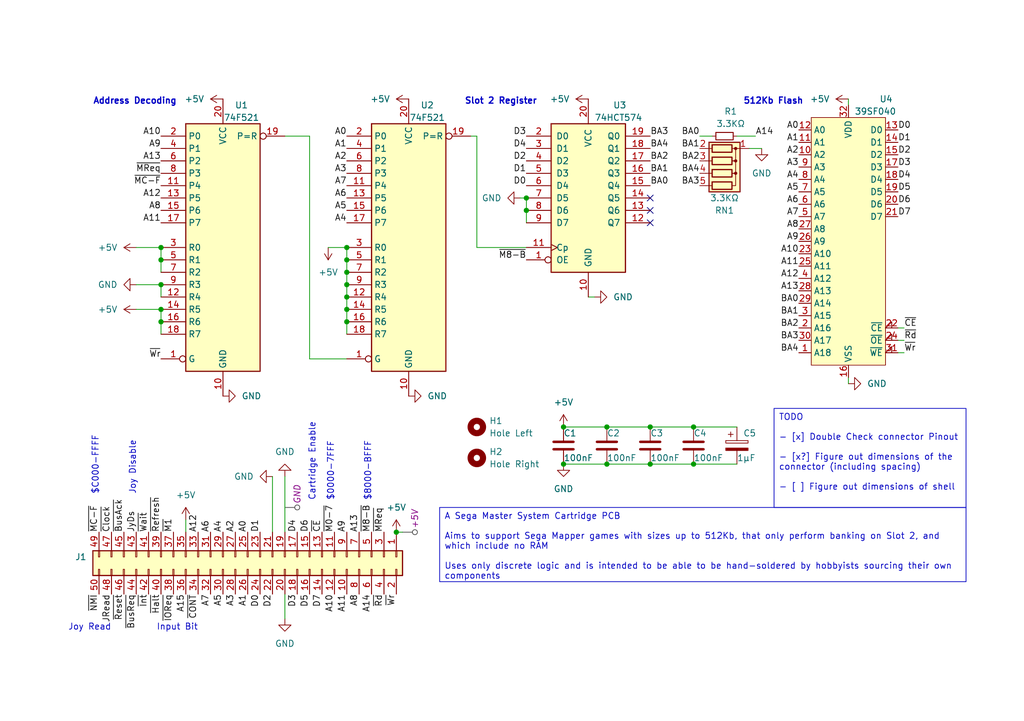
<source format=kicad_sch>
(kicad_sch (version 20230121) (generator eeschema)
  (paper "A5")
  (title_block (title "Dummy SMS Cart") (date "September 2023") (rev "v0a"))
  (lib_symbols
    (symbol "74xx:74HCT574" (pin_names (offset 1.016))
      (property "Reference" "U" (at -7.62 16.51 0))
      (property "Value" "74HCT574" (at -7.62 -16.51 0))
      (symbol "74HCT574_1_0"
        (pin input inverted (at -12.7 -12.7 0) (length 5.08) (name "OE") (number "1"))
        (pin power_in line (at 0 -20.32 90) (length 5.08) (name "GND") (number "10"))
        (pin input clock (at -12.7 -10.16 0) (length 5.08) (name "Cp") (number "11"))
        (pin tri_state line (at 12.7 -5.08 180) (length 5.08) (name "Q7") (number "12"))
        (pin tri_state line (at 12.7 -2.54 180) (length 5.08) (name "Q6") (number "13"))
        (pin tri_state line (at 12.7 0 180) (length 5.08) (name "Q5") (number "14"))
        (pin tri_state line (at 12.7 2.54 180) (length 5.08) (name "Q4") (number "15"))
        (pin tri_state line (at 12.7 5.08 180) (length 5.08) (name "Q3") (number "16"))
        (pin tri_state line (at 12.7 7.62 180) (length 5.08) (name "Q2") (number "17"))
        (pin tri_state line (at 12.7 10.16 180) (length 5.08) (name "Q1") (number "18"))
        (pin tri_state line (at 12.7 12.7 180) (length 5.08) (name "Q0") (number "19"))
        (pin input line (at -12.7 12.7 0) (length 5.08) (name "D0") (number "2"))
        (pin power_in line (at 0 20.32 270) (length 5.08) (name "VCC") (number "20"))
        (pin input line (at -12.7 10.16 0) (length 5.08) (name "D1") (number "3"))
        (pin input line (at -12.7 7.62 0) (length 5.08) (name "D2") (number "4"))
        (pin input line (at -12.7 5.08 0) (length 5.08) (name "D3") (number "5"))
        (pin input line (at -12.7 2.54 0) (length 5.08) (name "D4") (number "6"))
        (pin input line (at -12.7 0 0) (length 5.08) (name "D5") (number "7"))
        (pin input line (at -12.7 -2.54 0) (length 5.08) (name "D6") (number "8"))
        (pin input line (at -12.7 -5.08 0) (length 5.08) (name "D7") (number "9"))
      )
      (symbol "74HCT574_1_1"
        (rectangle (start -7.62 15.24) (end 7.62 -15.24) (stroke (width 0.254)) (fill (type background)))
      )
    )
    (symbol "74xx:74HCT688"
      (property "Reference" "U" (at -7.62 26.67 0))
      (property "Value" "74HCT688" (at -7.62 -26.67 0))
      (symbol "74HCT688_1_0"
        (pin input inverted (at -12.7 -22.86 0) (length 5.08) (name "G") (number "1"))
        (pin power_in line (at 0 -30.48 90) (length 5.08) (name "GND") (number "10"))
        (pin input line (at -12.7 12.7 0) (length 5.08) (name "P4") (number "11"))
        (pin input line (at -12.7 -10.16 0) (length 5.08) (name "R4") (number "12"))
        (pin input line (at -12.7 10.16 0) (length 5.08) (name "P5") (number "13"))
        (pin input line (at -12.7 -12.7 0) (length 5.08) (name "R5") (number "14"))
        (pin input line (at -12.7 7.62 0) (length 5.08) (name "P6") (number "15"))
        (pin input line (at -12.7 -15.24 0) (length 5.08) (name "R6") (number "16"))
        (pin input line (at -12.7 5.08 0) (length 5.08) (name "P7") (number "17"))
        (pin input line (at -12.7 -17.78 0) (length 5.08) (name "R7") (number "18"))
        (pin output inverted (at 12.7 22.86 180) (length 5.08) (name "P=R") (number "19"))
        (pin input line (at -12.7 22.86 0) (length 5.08) (name "P0") (number "2"))
        (pin power_in line (at 0 30.48 270) (length 5.08) (name "VCC") (number "20"))
        (pin input line (at -12.7 0 0) (length 5.08) (name "R0") (number "3"))
        (pin input line (at -12.7 20.32 0) (length 5.08) (name "P1") (number "4"))
        (pin input line (at -12.7 -2.54 0) (length 5.08) (name "R1") (number "5"))
        (pin input line (at -12.7 17.78 0) (length 5.08) (name "P2") (number "6"))
        (pin input line (at -12.7 -5.08 0) (length 5.08) (name "R2") (number "7"))
        (pin input line (at -12.7 15.24 0) (length 5.08) (name "P3") (number "8"))
        (pin input line (at -12.7 -7.62 0) (length 5.08) (name "R3") (number "9"))
      )
      (symbol "74HCT688_1_1"
        (rectangle (start -7.62 25.4) (end 7.62 -25.4) (stroke (width 0.254)) (fill (type background)))
      )
    )
    (symbol "Connector_Generic:Conn_02x25_Odd_Even" (pin_names (offset 1.016) hide)
      (property "Reference" "J" (at 1.27 33.02 0))
      (property "Value" "Conn_02x25_Odd_Even" (at 1.27 -33.02 0))
      (symbol "Conn_02x25_Odd_Even_1_1"
        (rectangle (start -1.27 -30.353) (end 0 -30.607) (stroke (width 0.1524)))
        (rectangle (start -1.27 -27.813) (end 0 -28.067) (stroke (width 0.1524)))
        (rectangle (start -1.27 -25.273) (end 0 -25.527) (stroke (width 0.1524)))
        (rectangle (start -1.27 -22.733) (end 0 -22.987) (stroke (width 0.1524)))
        (rectangle (start -1.27 -20.193) (end 0 -20.447) (stroke (width 0.1524)))
        (rectangle (start -1.27 -17.653) (end 0 -17.907) (stroke (width 0.1524)))
        (rectangle (start -1.27 -15.113) (end 0 -15.367) (stroke (width 0.1524)))
        (rectangle (start -1.27 -12.573) (end 0 -12.827) (stroke (width 0.1524)))
        (rectangle (start -1.27 -10.033) (end 0 -10.287) (stroke (width 0.1524)))
        (rectangle (start -1.27 -7.493) (end 0 -7.747) (stroke (width 0.1524)))
        (rectangle (start -1.27 -4.953) (end 0 -5.207) (stroke (width 0.1524)))
        (rectangle (start -1.27 -2.413) (end 0 -2.667) (stroke (width 0.1524)))
        (rectangle (start -1.27 0.127) (end 0 -0.127) (stroke (width 0.1524)))
        (rectangle (start -1.27 2.667) (end 0 2.413) (stroke (width 0.1524)))
        (rectangle (start -1.27 5.207) (end 0 4.953) (stroke (width 0.1524)))
        (rectangle (start -1.27 7.747) (end 0 7.493) (stroke (width 0.1524)))
        (rectangle (start -1.27 10.287) (end 0 10.033) (stroke (width 0.1524)))
        (rectangle (start -1.27 12.827) (end 0 12.573) (stroke (width 0.1524)))
        (rectangle (start -1.27 15.367) (end 0 15.113) (stroke (width 0.1524)))
        (rectangle (start -1.27 17.907) (end 0 17.653) (stroke (width 0.1524)))
        (rectangle (start -1.27 20.447) (end 0 20.193) (stroke (width 0.1524)))
        (rectangle (start -1.27 22.987) (end 0 22.733) (stroke (width 0.1524)))
        (rectangle (start -1.27 25.527) (end 0 25.273) (stroke (width 0.1524)))
        (rectangle (start -1.27 28.067) (end 0 27.813) (stroke (width 0.1524)))
        (rectangle (start -1.27 30.607) (end 0 30.353) (stroke (width 0.1524)))
        (rectangle (start -1.27 31.75) (end 3.81 -31.75) (stroke (width 0.254)) (fill (type background)))
        (rectangle (start 3.81 -30.353) (end 2.54 -30.607) (stroke (width 0.1524)))
        (rectangle (start 3.81 -27.813) (end 2.54 -28.067) (stroke (width 0.1524)))
        (rectangle (start 3.81 -25.273) (end 2.54 -25.527) (stroke (width 0.1524)))
        (rectangle (start 3.81 -22.733) (end 2.54 -22.987) (stroke (width 0.1524)))
        (rectangle (start 3.81 -20.193) (end 2.54 -20.447) (stroke (width 0.1524)))
        (rectangle (start 3.81 -17.653) (end 2.54 -17.907) (stroke (width 0.1524)))
        (rectangle (start 3.81 -15.113) (end 2.54 -15.367) (stroke (width 0.1524)))
        (rectangle (start 3.81 -12.573) (end 2.54 -12.827) (stroke (width 0.1524)))
        (rectangle (start 3.81 -10.033) (end 2.54 -10.287) (stroke (width 0.1524)))
        (rectangle (start 3.81 -7.493) (end 2.54 -7.747) (stroke (width 0.1524)))
        (rectangle (start 3.81 -4.953) (end 2.54 -5.207) (stroke (width 0.1524)))
        (rectangle (start 3.81 -2.413) (end 2.54 -2.667) (stroke (width 0.1524)))
        (rectangle (start 3.81 0.127) (end 2.54 -0.127) (stroke (width 0.1524)))
        (rectangle (start 3.81 2.667) (end 2.54 2.413) (stroke (width 0.1524)))
        (rectangle (start 3.81 5.207) (end 2.54 4.953) (stroke (width 0.1524)))
        (rectangle (start 3.81 7.747) (end 2.54 7.493) (stroke (width 0.1524)))
        (rectangle (start 3.81 10.287) (end 2.54 10.033) (stroke (width 0.1524)))
        (rectangle (start 3.81 12.827) (end 2.54 12.573) (stroke (width 0.1524)))
        (rectangle (start 3.81 15.367) (end 2.54 15.113) (stroke (width 0.1524)))
        (rectangle (start 3.81 17.907) (end 2.54 17.653) (stroke (width 0.1524)))
        (rectangle (start 3.81 20.447) (end 2.54 20.193) (stroke (width 0.1524)))
        (rectangle (start 3.81 22.987) (end 2.54 22.733) (stroke (width 0.1524)))
        (rectangle (start 3.81 25.527) (end 2.54 25.273) (stroke (width 0.1524)))
        (rectangle (start 3.81 28.067) (end 2.54 27.813) (stroke (width 0.1524)))
        (rectangle (start 3.81 30.607) (end 2.54 30.353) (stroke (width 0.1524)))
        (pin passive line (at -5.08 30.48 0) (length 3.81) (name "Pin_1") (number "1"))
        (pin passive line (at 7.62 20.32 180) (length 3.81) (name "Pin_10") (number "10"))
        (pin passive line (at -5.08 17.78 0) (length 3.81) (name "Pin_11") (number "11"))
        (pin passive line (at 7.62 17.78 180) (length 3.81) (name "Pin_12") (number "12"))
        (pin passive line (at -5.08 15.24 0) (length 3.81) (name "Pin_13") (number "13"))
        (pin passive line (at 7.62 15.24 180) (length 3.81) (name "Pin_14") (number "14"))
        (pin passive line (at -5.08 12.7 0) (length 3.81) (name "Pin_15") (number "15"))
        (pin passive line (at 7.62 12.7 180) (length 3.81) (name "Pin_16") (number "16"))
        (pin passive line (at -5.08 10.16 0) (length 3.81) (name "Pin_17") (number "17"))
        (pin passive line (at 7.62 10.16 180) (length 3.81) (name "Pin_18") (number "18"))
        (pin passive line (at -5.08 7.62 0) (length 3.81) (name "Pin_19") (number "19"))
        (pin passive line (at 7.62 30.48 180) (length 3.81) (name "Pin_2") (number "2"))
        (pin passive line (at 7.62 7.62 180) (length 3.81) (name "Pin_20") (number "20"))
        (pin passive line (at -5.08 5.08 0) (length 3.81) (name "Pin_21") (number "21"))
        (pin passive line (at 7.62 5.08 180) (length 3.81) (name "Pin_22") (number "22"))
        (pin passive line (at -5.08 2.54 0) (length 3.81) (name "Pin_23") (number "23"))
        (pin passive line (at 7.62 2.54 180) (length 3.81) (name "Pin_24") (number "24"))
        (pin passive line (at -5.08 0 0) (length 3.81) (name "Pin_25") (number "25"))
        (pin passive line (at 7.62 0 180) (length 3.81) (name "Pin_26") (number "26"))
        (pin passive line (at -5.08 -2.54 0) (length 3.81) (name "Pin_27") (number "27"))
        (pin passive line (at 7.62 -2.54 180) (length 3.81) (name "Pin_28") (number "28"))
        (pin passive line (at -5.08 -5.08 0) (length 3.81) (name "Pin_29") (number "29"))
        (pin passive line (at -5.08 27.94 0) (length 3.81) (name "Pin_3") (number "3"))
        (pin passive line (at 7.62 -5.08 180) (length 3.81) (name "Pin_30") (number "30"))
        (pin passive line (at -5.08 -7.62 0) (length 3.81) (name "Pin_31") (number "31"))
        (pin passive line (at 7.62 -7.62 180) (length 3.81) (name "Pin_32") (number "32"))
        (pin passive line (at -5.08 -10.16 0) (length 3.81) (name "Pin_33") (number "33"))
        (pin passive line (at 7.62 -10.16 180) (length 3.81) (name "Pin_34") (number "34"))
        (pin passive line (at -5.08 -12.7 0) (length 3.81) (name "Pin_35") (number "35"))
        (pin passive line (at 7.62 -12.7 180) (length 3.81) (name "Pin_36") (number "36"))
        (pin passive line (at -5.08 -15.24 0) (length 3.81) (name "Pin_37") (number "37"))
        (pin passive line (at 7.62 -15.24 180) (length 3.81) (name "Pin_38") (number "38"))
        (pin passive line (at -5.08 -17.78 0) (length 3.81) (name "Pin_39") (number "39"))
        (pin passive line (at 7.62 27.94 180) (length 3.81) (name "Pin_4") (number "4"))
        (pin passive line (at 7.62 -17.78 180) (length 3.81) (name "Pin_40") (number "40"))
        (pin passive line (at -5.08 -20.32 0) (length 3.81) (name "Pin_41") (number "41"))
        (pin passive line (at 7.62 -20.32 180) (length 3.81) (name "Pin_42") (number "42"))
        (pin passive line (at -5.08 -22.86 0) (length 3.81) (name "Pin_43") (number "43"))
        (pin passive line (at 7.62 -22.86 180) (length 3.81) (name "Pin_44") (number "44"))
        (pin passive line (at -5.08 -25.4 0) (length 3.81) (name "Pin_45") (number "45"))
        (pin passive line (at 7.62 -25.4 180) (length 3.81) (name "Pin_46") (number "46"))
        (pin passive line (at -5.08 -27.94 0) (length 3.81) (name "Pin_47") (number "47"))
        (pin passive line (at 7.62 -27.94 180) (length 3.81) (name "Pin_48") (number "48"))
        (pin passive line (at -5.08 -30.48 0) (length 3.81) (name "Pin_49") (number "49"))
        (pin passive line (at -5.08 25.4 0) (length 3.81) (name "Pin_5") (number "5"))
        (pin passive line (at 7.62 -30.48 180) (length 3.81) (name "Pin_50") (number "50"))
        (pin passive line (at 7.62 25.4 180) (length 3.81) (name "Pin_6") (number "6"))
        (pin passive line (at -5.08 22.86 0) (length 3.81) (name "Pin_7") (number "7"))
        (pin passive line (at 7.62 22.86 180) (length 3.81) (name "Pin_8") (number "8"))
        (pin passive line (at -5.08 20.32 0) (length 3.81) (name "Pin_9") (number "9"))
      )
    )
    (symbol "Device:C" (pin_numbers hide) (pin_names (offset 0.254))
      (property "Reference" "C" (at 0.635 2.54 0))
      (property "Value" "C" (at 0.635 -2.54 0))
      (symbol "C_0_1"
        (polyline (pts (xy -2.032 -0.762) (xy 2.032 -0.762)) (stroke (width 0.508)))
        (polyline (pts (xy -2.032 0.762) (xy 2.032 0.762)) (stroke (width 0.508)))
      )
      (symbol "C_1_1"
        (pin passive line (at 0 3.81 270) (length 2.794) (name "~") (number "1"))
        (pin passive line (at 0 -3.81 90) (length 2.794) (name "~") (number "2"))
      )
    )
    (symbol "Device:C_Polarized" (pin_numbers hide) (pin_names (offset 0.254))
      (property "Reference" "C" (at 0.635 2.54 0))
      (property "Value" "C_Polarized" (at 0.635 -2.54 0))
      (symbol "C_Polarized_0_1"
        (rectangle (start -2.286 0.508) (end 2.286 1.016))
        (polyline (pts (xy -1.778 2.286) (xy -0.762 2.286)))
        (polyline (pts (xy -1.27 2.794) (xy -1.27 1.778)))
        (rectangle (start 2.286 -0.508) (end -2.286 -1.016) (fill (type outline)))
      )
      (symbol "C_Polarized_1_1"
        (pin passive line (at 0 3.81 270) (length 2.794) (name "~") (number "1"))
        (pin passive line (at 0 -3.81 90) (length 2.794) (name "~") (number "2"))
      )
    )
    (symbol "Device:R_Network04" (pin_names (offset 0) hide)
      (property "Reference" "RN" (at -7.62 0 90))
      (property "Value" "R_Network04" (at 5.08 0 90))
      (symbol "R_Network04_0_1"
        (rectangle (start -6.35 -3.175) (end 3.81 3.175) (stroke (width 0.254)) (fill (type background)))
        (rectangle (start -5.842 1.524) (end -4.318 -2.54) (stroke (width 0.254)))
        (circle (center -5.08 2.286) (radius 0.254) (fill (type outline)))
        (rectangle (start -3.302 1.524) (end -1.778 -2.54) (stroke (width 0.254)))
        (circle (center -2.54 2.286) (radius 0.254) (fill (type outline)))
        (rectangle (start -0.762 1.524) (end 0.762 -2.54) (stroke (width 0.254)))
        (polyline (pts (xy -5.08 -2.54) (xy -5.08 -3.81)))
        (polyline (pts (xy -2.54 -2.54) (xy -2.54 -3.81)))
        (polyline (pts (xy 0 -2.54) (xy 0 -3.81)))
        (polyline (pts (xy 2.54 -2.54) (xy 2.54 -3.81)))
        (polyline (pts (xy -5.08 1.524) (xy -5.08 2.286) (xy -2.54 2.286) (xy -2.54 1.524)))
        (polyline (pts (xy -2.54 1.524) (xy -2.54 2.286) (xy 0 2.286) (xy 0 1.524)))
        (polyline (pts (xy 0 1.524) (xy 0 2.286) (xy 2.54 2.286) (xy 2.54 1.524)))
        (circle (center 0 2.286) (radius 0.254) (fill (type outline)))
        (rectangle (start 1.778 1.524) (end 3.302 -2.54) (stroke (width 0.254)))
      )
      (symbol "R_Network04_1_1"
        (pin passive line (at -5.08 5.08 270) (length 2.54) (name "common") (number "1"))
        (pin passive line (at -5.08 -5.08 90) (length 1.27) (name "R1") (number "2"))
        (pin passive line (at -2.54 -5.08 90) (length 1.27) (name "R2") (number "3"))
        (pin passive line (at 0 -5.08 90) (length 1.27) (name "R3") (number "4"))
        (pin passive line (at 2.54 -5.08 90) (length 1.27) (name "R4") (number "5"))
      )
    )
    (symbol "Device:R_Small" (pin_numbers hide) (pin_names (offset 0.254) hide)
      (property "Reference" "R" (at 0.762 0.508 0))
      (property "Value" "R_Small" (at 0.762 -1.016 0))
      (symbol "R_Small_0_1"
        (rectangle (start -0.762 1.778) (end 0.762 -1.778) (stroke (width 0.2032)))
      )
      (symbol "R_Small_1_1"
        (pin passive line (at 0 2.54 270) (length 0.762) (name "~") (number "1"))
        (pin passive line (at 0 -2.54 90) (length 0.762) (name "~") (number "2"))
      )
    )
    (symbol "Mechanical:MountingHole" (pin_names (offset 1.016))
      (property "Reference" "H" (at 0 5.08 0))
      (property "Value" "MountingHole" (at 0 3.175 0))
      (symbol "MountingHole_0_1"
        (circle (center 0 0) (radius 1.27) (stroke (width 1.27)))
      )
    )
    (symbol "Memory_Lib:SST39SF040"
      (property "Reference" "U" (at 11.43 54.61 0))
      (property "Value" "SST39SF040" (at 19.05 52.07 0))
      (symbol "SST39SF040_1_1"
        (rectangle (start 0 50.8) (end 15.24 0) (fill (type background)))
        (pin input line (at -2.54 2.54 0) (length 2.54) (name "A18") (number "1"))
        (pin input line (at -2.54 43.18 0) (length 2.54) (name "A2") (number "10"))
        (pin input line (at -2.54 45.72 0) (length 2.54) (name "A1") (number "11"))
        (pin input line (at -2.54 48.26 0) (length 2.54) (name "A0") (number "12"))
        (pin bidirectional line (at 17.78 48.26 180) (length 2.54) (name "D0") (number "13"))
        (pin bidirectional line (at 17.78 45.72 180) (length 2.54) (name "D1") (number "14"))
        (pin bidirectional line (at 17.78 43.18 180) (length 2.54) (name "D2") (number "15"))
        (pin power_in line (at 7.62 -2.54 90) (length 2.54) (name "VSS") (number "16"))
        (pin bidirectional line (at 17.78 40.64 180) (length 2.54) (name "D3") (number "17"))
        (pin bidirectional line (at 17.78 38.1 180) (length 2.54) (name "D4") (number "18"))
        (pin bidirectional line (at 17.78 35.56 180) (length 2.54) (name "D5") (number "19"))
        (pin input line (at -2.54 7.62 0) (length 2.54) (name "A16") (number "2"))
        (pin bidirectional line (at 17.78 33.02 180) (length 2.54) (name "D6") (number "20"))
        (pin bidirectional line (at 17.78 30.48 180) (length 2.54) (name "D7") (number "21"))
        (pin input input_low (at 17.78 7.62 180) (length 2.54) (name "~{CE}") (number "22"))
        (pin input line (at -2.54 22.86 0) (length 2.54) (name "A10") (number "23"))
        (pin input input_low (at 17.78 5.08 180) (length 2.54) (name "~{OE}") (number "24"))
        (pin input line (at -2.54 20.32 0) (length 2.54) (name "A11") (number "25"))
        (pin input line (at -2.54 25.4 0) (length 2.54) (name "A9") (number "26"))
        (pin input line (at -2.54 27.94 0) (length 2.54) (name "A8") (number "27"))
        (pin input line (at -2.54 15.24 0) (length 2.54) (name "A13") (number "28"))
        (pin input line (at -2.54 12.7 0) (length 2.54) (name "A14") (number "29"))
        (pin input line (at -2.54 10.16 0) (length 2.54) (name "A15") (number "3"))
        (pin input line (at -2.54 5.08 0) (length 2.54) (name "A17") (number "30"))
        (pin input input_low (at 17.78 2.54 180) (length 2.54) (name "~{WE}") (number "31"))
        (pin power_in line (at 7.62 53.34 270) (length 2.54) (name "VDD") (number "32"))
        (pin input line (at -2.54 17.78 0) (length 2.54) (name "A12") (number "4"))
        (pin input line (at -2.54 30.48 0) (length 2.54) (name "A7") (number "5"))
        (pin input line (at -2.54 33.02 0) (length 2.54) (name "A6") (number "6"))
        (pin input line (at -2.54 35.56 0) (length 2.54) (name "A5") (number "7"))
        (pin input line (at -2.54 38.1 0) (length 2.54) (name "A4") (number "8"))
        (pin input line (at -2.54 40.64 0) (length 2.54) (name "A3") (number "9"))
      )
    )
    (symbol "power:+5V" (power) (pin_names (offset 0))
      (property "Value" "+5V" (at 0 3.556 0))
      (symbol "+5V_0_1"
        (polyline (pts (xy -0.762 1.27) (xy 0 2.54)))
        (polyline (pts (xy 0 0) (xy 0 2.54)))
        (polyline (pts (xy 0 2.54) (xy 0.762 1.27)))
      )
      (symbol "+5V_1_1"
        (pin power_in line (at 0 0 90) (length 0) hide (name "+5V") (number "1"))
      )
    )
    (symbol "power:GND" (power) (pin_names (offset 0))
      (property "Value" "GND" (at 0 -3.81 0))
      (symbol "GND_0_1"
        (polyline (pts (xy 0 0) (xy 0 -1.27) (xy 1.27 -1.27) (xy 0 -2.54) (xy -1.27 -1.27) (xy 0 -1.27)))
      )
      (symbol "GND_1_1"
        (pin power_in line (at 0 0 270) (length 0) hide (name "GND") (number "1"))
      )
    )
  )
  (junction (at 71.12 53.34))
  (junction (at 71.12 63.5))
  (junction (at 71.12 50.8))
  (junction (at 107.95 40.64))
  (junction (at 33.02 53.34))
  (junction (at 124.46 87.63))
  (junction (at 33.02 50.8))
  (junction (at 71.12 60.96))
  (junction (at 142.24 95.25))
  (junction (at 133.35 95.25))
  (junction (at 133.35 87.63))
  (junction (at 33.02 66.04))
  (junction (at 81.28 109.22))
  (junction (at 71.12 55.88))
  (junction (at 124.46 95.25))
  (junction (at 33.02 58.42))
  (junction (at 107.95 43.18))
  (junction (at 142.24 87.63))
  (junction (at 71.12 58.42))
  (junction (at 71.12 66.04))
  (junction (at 33.02 63.5))
  (junction (at 115.57 95.25))
  (junction (at 115.57 87.63))
  (no_connect (at 133.35 40.64))
  (no_connect (at 133.35 45.72))
  (no_connect (at 133.35 43.18))
  (wire (pts (xy 71.12 58.42) (xy 71.12 60.96)))
  (wire (pts (xy 71.12 66.04) (xy 71.12 68.58)))
  (wire (pts (xy 63.5 27.94) (xy 58.42 27.94)))
  (wire (pts (xy 146.05 27.94) (xy 143.51 27.94)))
  (wire (pts (xy 124.46 87.63) (xy 133.35 87.63)))
  (wire (pts (xy 142.24 87.63) (xy 151.13 87.63)))
  (wire (pts (xy 142.24 95.25) (xy 151.13 95.25)))
  (wire (pts (xy 121.92 60.96) (xy 120.65 60.96)))
  (wire (pts (xy 97.79 27.94) (xy 97.79 50.8)))
  (wire (pts (xy 27.94 50.8) (xy 33.02 50.8)))
  (wire (pts (xy 133.35 95.25) (xy 142.24 95.25)))
  (wire (pts (xy 154.94 27.94) (xy 151.13 27.94)))
  (wire (pts (xy 71.12 53.34) (xy 71.12 55.88)))
  (wire (pts (xy 115.57 87.63) (xy 124.46 87.63)))
  (wire (pts (xy 33.02 50.8) (xy 33.02 53.34)))
  (wire (pts (xy 33.02 66.04) (xy 33.02 68.58)))
  (wire (pts (xy 107.95 40.64) (xy 107.95 43.18)))
  (wire (pts (xy 71.12 60.96) (xy 71.12 63.5)))
  (wire (pts (xy 63.5 73.66) (xy 63.5 27.94)))
  (wire (pts (xy 185.42 67.31) (xy 184.15 67.31)))
  (wire (pts (xy 67.31 50.8) (xy 71.12 50.8)))
  (wire (pts (xy 124.46 95.25) (xy 133.35 95.25)))
  (wire (pts (xy 27.94 63.5) (xy 33.02 63.5)))
  (wire (pts (xy 106.68 40.64) (xy 107.95 40.64)))
  (wire (pts (xy 38.1 106.68) (xy 38.1 109.22)))
  (wire (pts (xy 33.02 63.5) (xy 33.02 66.04)))
  (wire (pts (xy 27.94 58.42) (xy 33.02 58.42)))
  (wire (pts (xy 185.42 72.39) (xy 184.15 72.39)))
  (wire (pts (xy 33.02 58.42) (xy 33.02 60.96)))
  (wire (pts (xy 173.99 20.32) (xy 173.99 21.59)))
  (wire (pts (xy 173.99 78.74) (xy 173.99 77.47)))
  (wire (pts (xy 97.79 50.8) (xy 107.95 50.8)))
  (wire (pts (xy 71.12 63.5) (xy 71.12 66.04)))
  (wire (pts (xy 33.02 53.34) (xy 33.02 55.88)))
  (wire (pts (xy 156.21 30.48) (xy 153.67 30.48)))
  (wire (pts (xy 71.12 55.88) (xy 71.12 58.42)))
  (wire (pts (xy 185.42 69.85) (xy 184.15 69.85)))
  (wire (pts (xy 82.55 109.22) (xy 81.28 109.22)))
  (wire (pts (xy 97.79 27.94) (xy 96.52 27.94)))
  (wire (pts (xy 133.35 87.63) (xy 142.24 87.63)))
  (wire (pts (xy 58.42 127) (xy 58.42 121.92)))
  (wire (pts (xy 55.88 97.79) (xy 55.88 109.22)))
  (wire (pts (xy 107.95 43.18) (xy 107.95 45.72)))
  (wire (pts (xy 71.12 50.8) (xy 71.12 53.34)))
  (wire (pts (xy 58.42 97.79) (xy 58.42 109.22)))
  (wire (pts (xy 71.12 73.66) (xy 63.5 73.66)))
  (wire (pts (xy 115.57 95.25) (xy 124.46 95.25)))
  (text_box "A Sega Master System Cartridge PCB\n\nAims to support Sega Mapper games with sizes up to 512Kb, that only perform banking on Slot 2, and which include no RAM\n\nUses only discrete logic and is intended to be able to be hand-soldered by hobbyists sourcing their own components" (at 90.17 104.14 0) (size 107.95 15.24) (effects (font (size 1.27 1.27)) (justify left top)))
  (text_box "TODO\n\n- [x] Double Check connector Pinout\n\n- [x?] Figure out dimensions of the connector (including spacing)\n\n- [ ] Figure out dimensions of shell" (at 158.75 83.82 0) (size 39.37 20.32) (effects (font (size 1.27 1.27)) (justify left top)))
  (text "Address Decoding" (at 19.05 21.59 0) (effects (font (size 1.27 1.27) (thickness 0.254) bold) (justify left bottom)))
  (text "Cartridge Enable" (at 64.77 102.87 90) (effects (font (size 1.27 1.27)) (justify left bottom)))
  (text "$8000-BFFF" (at 76.2 102.87 90) (effects (font (size 1.27 1.27)) (justify left bottom)))
  (text "$0000-7FFF" (at 68.58 102.87 90) (effects (font (size 1.27 1.27)) (justify left bottom)))
  (text "$C000-FFFF" (at 20.32 101.6 90) (effects (font (size 1.27 1.27)) (justify left bottom)))
  (text "512Kb Flash" (at 152.4 21.59 0) (effects (font (size 1.27 1.27) (thickness 0.254) bold) (justify left bottom)))
  (text "Input Bit" (at 40.64 129.54 0) (effects (font (size 1.27 1.27)) (justify right bottom)))
  (text "Joy Disable" (at 27.94 101.6 90) (effects (font (size 1.27 1.27)) (justify left bottom)))
  (text "Joy Read" (at 22.86 129.54 0) (effects (font (size 1.27 1.27)) (justify right bottom)))
  (text "Slot 2 Register" (at 95.25 21.59 0) (effects (font (size 1.27 1.27) (thickness 0.254) bold) (justify left bottom)))
  (label "A8" (at 73.66 121.92 270))
  (label "A7" (at 43.18 121.92 270))
  (label "D4" (at 107.95 30.48 180))
  (label "A9" (at 33.02 30.48 180))
  (label "A9" (at 71.12 109.22 90))
  (label " ~{Reset}" (at 25.4 121.92 270))
  (label "A6" (at 43.18 109.22 90))
  (label "A6" (at 71.12 40.64 180))
  (label "D1" (at 107.95 35.56 180))
  (label "A5" (at 163.83 39.37 180))
  (label "~{BusAck}" (at 25.4 109.22 90))
  (label "~{Wr}" (at 185.42 72.39 0))
  (label "D3" (at 184.15 34.29 0))
  (label "A1" (at 71.12 30.48 180))
  (label "A0" (at 71.12 27.94 180))
  (label "BA4" (at 143.51 35.56 180))
  (label "A10" (at 68.58 121.92 270))
  (label "BA0" (at 163.83 62.23 180))
  (label "A13" (at 163.83 59.69 180))
  (label "A14" (at 154.94 27.94 0))
  (label "A4" (at 71.12 45.72 180))
  (label " ~{CONT}" (at 40.64 121.92 270))
  (label "D4" (at 60.96 109.22 90))
  (label "A12" (at 40.64 109.22 90))
  (label "~{Clock}" (at 22.86 109.22 90))
  (label "D2" (at 55.88 121.92 270))
  (label "~{Rd}" (at 78.74 121.92 270))
  (label "BA3" (at 143.51 38.1 180))
  (label "A2" (at 163.83 31.75 180))
  (label "BA0" (at 133.35 38.1 0))
  (label "~{MReq}" (at 78.74 109.22 90))
  (label "D1" (at 184.15 29.21 0))
  (label "~{CE}" (at 66.04 109.22 90))
  (label "A11" (at 163.83 54.61 180))
  (label "BA4" (at 133.35 30.48 0))
  (label "~{M8-B}" (at 107.95 53.34 180))
  (label "BA2" (at 143.51 33.02 180))
  (label "A3" (at 163.83 34.29 180))
  (label "BA2" (at 163.83 67.31 180))
  (label "A2" (at 71.12 33.02 180))
  (label "A5" (at 71.12 43.18 180))
  (label "A6" (at 163.83 41.91 180))
  (label "D0" (at 107.95 38.1 180))
  (label "A14" (at 76.2 121.92 270))
  (label "~{Refresh}" (at 33.02 109.22 90))
  (label "~{BusReq}" (at 27.94 121.92 270))
  (label "A7" (at 71.12 38.1 180))
  (label "BA4" (at 163.83 72.39 180))
  (label "~{IOReq}" (at 35.56 121.92 270))
  (label "D1" (at 53.34 109.22 90))
  (label "BA2" (at 133.35 33.02 0))
  (label "JRead" (at 22.86 121.92 270))
  (label "~{Int}" (at 30.48 121.92 270))
  (label "A4" (at 45.72 109.22 90))
  (label "~{MC-F}" (at 20.32 109.22 90))
  (label "A1" (at 50.8 121.92 270))
  (label "D6" (at 63.5 109.22 90))
  (label "A12" (at 163.83 57.15 180))
  (label "D5" (at 184.15 39.37 0))
  (label "A12" (at 33.02 40.64 180))
  (label "A1" (at 163.83 29.21 180))
  (label "D0" (at 53.34 121.92 270))
  (label "D4" (at 184.15 36.83 0))
  (label "A4" (at 163.83 36.83 180))
  (label "~{Rd}" (at 185.42 69.85 0))
  (label "BA1" (at 133.35 35.56 0))
  (label "A7" (at 163.83 44.45 180))
  (label "D7" (at 184.15 44.45 0))
  (label "A10" (at 163.83 52.07 180))
  (label "~{Wr}" (at 33.02 73.66 180))
  (label "~{M1}" (at 35.56 109.22 90))
  (label "~{Wait}" (at 30.48 109.22 90))
  (label "A9" (at 163.83 49.53 180))
  (label "D3" (at 60.96 121.92 270))
  (label "D7" (at 66.04 121.92 270))
  (label "~{CE}" (at 185.42 67.31 0))
  (label "~{NMI}" (at 20.32 121.92 270))
  (label "D2" (at 107.95 33.02 180))
  (label "A13" (at 33.02 33.02 180))
  (label "D6" (at 184.15 41.91 0))
  (label "A3" (at 48.26 121.92 270))
  (label "A5" (at 45.72 121.92 270))
  (label "JyDs" (at 27.94 109.22 90))
  (label "~{MReq}" (at 33.02 35.56 180))
  (label "D2" (at 184.15 31.75 0))
  (label "~{Wr}" (at 81.28 121.92 270))
  (label "D3" (at 107.95 27.94 180))
  (label "BA1" (at 163.83 64.77 180))
  (label "A8" (at 163.83 46.99 180))
  (label "D0" (at 184.15 26.67 0))
  (label "A0" (at 163.83 26.67 180))
  (label "A10" (at 33.02 27.94 180))
  (label "A8" (at 33.02 43.18 180))
  (label "~{M0-7}" (at 68.58 109.22 90))
  (label "A3" (at 71.12 35.56 180))
  (label "~{M8-B}" (at 76.2 109.22 90))
  (label "~{MC-F}" (at 33.02 38.1 180))
  (label "A11" (at 33.02 45.72 180))
  (label "A11" (at 71.12 121.92 270))
  (label "BA3" (at 163.83 69.85 180))
  (label "BA1" (at 143.51 30.48 180))
  (label "D5" (at 63.5 121.92 270))
  (label "A15" (at 38.1 121.92 270))
  (label "~{Halt}" (at 33.02 121.92 270))
  (label "BA3" (at 133.35 27.94 0))
  (label "A0" (at 50.8 109.22 90))
  (label "A2" (at 48.26 109.22 90))
  (label "BA0" (at 143.51 27.94 180))
  (label "A13" (at 73.66 109.22 90))
  (netclass_flag "" (length 2.54) (shape round) (at 58.42 104.14 270) (property "Netclass" "GND" (at 60.96 103.4415 90) (effects (font italic) (justify left))))
  (netclass_flag "" (length 2.54) (shape round) (at 82.55 109.22 270) (property "Netclass" "+5V" (at 85.09 108.5215 90) (effects (font italic) (justify left))))
  (symbol (lib_id "Device:R_Small") (at 148.59 27.94 90) (unit 1)
    (property "Reference" "R1" (at 149.86 22.86 90))
    (property "Value" "3.3KΩ" (at 149.86 25.4 90))
    (property "Footprint" "Resistor_THT:R_Axial_DIN0204_L3.6mm_D1.6mm_P5.08mm_Horizontal" (effects hide))
  )
  (symbol (lib_id "Device:C") (at 115.57 91.44 0) (unit 1)
    (property "Reference" "C1" (at 115.57 88.9 0) (effects (justify left)))
    (property "Value" "100nF" (at 115.57 93.98 0) (effects (justify left)))
    (property "Footprint" "Capacitor_THT:C_Disc_D3.0mm_W1.6mm_P2.50mm" (effects hide))
  )
  (symbol (lib_id "power:GND") (at 27.94 58.42 270) (unit 1)
    (property "Reference" "#PWR021" (effects hide))
    (property "Value" "GND" (at 24.13 58.42 90) (effects (justify right)))
  )
  (symbol (lib_id "power:GND") (at 58.42 127 0) (unit 1)
    (property "Reference" "#PWR02" (effects hide))
    (property "Value" "GND" (at 58.42 132.08 0))
  )
  (symbol (lib_id "Device:C") (at 124.46 91.44 0) (unit 1)
    (property "Reference" "C2" (at 124.46 88.9 0) (effects (justify left)))
    (property "Value" "100nF" (at 124.46 93.98 0) (effects (justify left)))
    (property "Footprint" "Capacitor_THT:C_Disc_D3.0mm_W1.6mm_P2.50mm" (effects hide))
  )
  (symbol (lib_id "power:GND") (at 83.82 81.28 90) (unit 1)
    (property "Reference" "#PWR011" (effects hide))
    (property "Value" "GND" (at 87.63 81.28 90) (effects (justify right)))
  )
  (symbol (lib_id "power:+5V") (at 27.94 63.5 90) (unit 1)
    (property "Reference" "#PWR020" (effects hide))
    (property "Value" "+5V" (at 24.13 63.5 90) (effects (justify left)))
  )
  (symbol (lib_id "power:+5V") (at 45.72 20.32 90) (unit 1)
    (property "Reference" "#PWR08" (effects hide))
    (property "Value" "+5V" (at 41.91 20.32 90) (effects (justify left)))
  )
  (symbol (lib_id "Memory_Lib:SST39SF040") (at 166.37 74.93 0) (unit 1)
    (property "Reference" "U4" (at 180.34 20.32 0) (effects (justify left)))
    (property "Value" "39SF040" (at 175.26 22.86 0) (effects (justify left)))
    (property "Footprint" "Smal:PLCC-32_SMD-Socket_HandSolder" (effects hide))
    (property "Datasheet" "https://ww1.microchip.com/downloads/aemDocuments/documents/OTH/ProductDocuments/DataSheets/20005022C.pdf" (effects hide))
  )
  (symbol (lib_id "Mechanical:MountingHole") (at 97.79 93.98 0) (unit 1)
    (property "Reference" "H2" (at 100.33 92.71 0) (effects (justify left)))
    (property "Value" "Hole Right" (at 100.33 95.25 0) (effects (justify left)))
    (property "Footprint" "MountingHole:MountingHole_4.5mm" (effects hide))
  )
  (symbol (lib_id "power:GND") (at 55.88 97.79 270) (unit 1)
    (property "Reference" "#PWR04" (effects hide))
    (property "Value" "GND" (at 52.07 97.79 90) (effects (justify right)))
  )
  (symbol (lib_id "Device:C_Polarized") (at 151.13 91.44 0) (unit 1)
    (property "Reference" "C5" (at 152.4 88.9 0) (effects (justify left)))
    (property "Value" "1µF" (at 151.13 93.98 0) (effects (justify left)))
    (property "Footprint" "Capacitor_THT:CP_Radial_D5.0mm_P2.50mm" (effects hide))
  )
  (symbol (lib_id "power:+5V") (at 120.65 20.32 90) (unit 1)
    (property "Reference" "#PWR012" (effects hide))
    (property "Value" "+5V" (at 116.84 20.32 90) (effects (justify left)))
  )
  (symbol (lib_id "power:GND") (at 45.72 81.28 90) (unit 1)
    (property "Reference" "#PWR010" (effects hide))
    (property "Value" "GND" (at 49.53 81.28 90) (effects (justify right)))
  )
  (symbol (lib_id "power:GND") (at 106.68 40.64 270) (unit 1)
    (property "Reference" "#PWR014" (effects hide))
    (property "Value" "GND" (at 102.87 40.64 90) (effects (justify right)))
  )
  (symbol (lib_id "Mechanical:MountingHole") (at 97.79 87.63 0) (unit 1)
    (property "Reference" "H1" (at 100.33 86.36 0) (effects (justify left)))
    (property "Value" "Hole Left" (at 100.33 88.9 0) (effects (justify left)))
    (property "Footprint" "MountingHole:MountingHole_4.5mm" (effects hide))
  )
  (symbol (lib_id "power:GND") (at 121.92 60.96 90) (unit 1)
    (property "Reference" "#PWR013" (effects hide))
    (property "Value" "GND" (at 125.73 60.96 90) (effects (justify right)))
  )
  (symbol (lib_id "power:GND") (at 58.42 97.79 180) (unit 1)
    (property "Reference" "#PWR03" (effects hide))
    (property "Value" "GND" (at 58.42 92.71 0))
  )
  (symbol (lib_id "power:GND") (at 156.21 30.48 0) (unit 1)
    (property "Reference" "#PWR015" (effects hide))
    (property "Value" "GND" (at 156.21 35.56 0))
  )
  (symbol (lib_id "power:GND") (at 115.57 95.25 0) (unit 1)
    (property "Reference" "#PWR018" (effects hide))
    (property "Value" "GND" (at 115.57 100.33 0))
  )
  (symbol (lib_id "power:+5V") (at 27.94 50.8 90) (unit 1)
    (property "Reference" "#PWR07" (effects hide))
    (property "Value" "+5V" (at 24.13 50.8 90) (effects (justify left)))
  )
  (symbol (lib_id "Connector_Generic:Conn_02x25_Odd_Even") (at 50.8 114.3 270) (unit 1)
    (property "Reference" "J1" (at 17.78 114.3 90) (effects (justify right)))
    (property "Value" "Conn_02x25_Odd_Even" (effects hide))
    (property "Footprint" "Smal:SMS_Cart_Edge" (effects hide))
  )
  (symbol (lib_id "74xx:74HCT688") (at 83.82 50.8 0) (unit 1)
    (property "Reference" "U2" (at 87.63 21.59 0))
    (property "Value" "74F521" (at 87.63 24.13 0))
    (property "Footprint" "PCM_Package_DIP_AKL:DIP-20_W7.62mm_Socket_LongPads" (effects hide))
    (property "Datasheet" "https://www.ti.com/lit/ds/symlink/cd54hc688.pdf" (effects hide))
  )
  (symbol (lib_id "74xx:74HCT574") (at 120.65 40.64 0) (unit 1)
    (property "Reference" "U3" (at 125.73 21.59 0) (effects (justify left)))
    (property "Value" "74HCT574" (at 121.92 24.13 0) (effects (justify left)))
    (property "Footprint" "PCM_Package_DIP_AKL:DIP-20_W7.62mm_Socket_LongPads" (effects hide))
    (property "Datasheet" "http://www.ti.com/lit/gpn/sn74HCT574" (effects hide))
  )
  (symbol (lib_id "power:+5V") (at 115.57 87.63 0) (unit 1)
    (property "Reference" "#PWR019" (effects hide))
    (property "Value" "+5V" (at 115.57 82.55 0))
  )
  (symbol (lib_id "Device:R_Network04") (at 148.59 35.56 270) (unit 1)
    (property "Reference" "RN1" (at 148.59 43.18 90))
    (property "Value" "3.3KΩ" (at 148.59 40.64 90))
    (property "Footprint" "Resistor_THT:R_Array_SIP5" (effects hide))
    (property "Datasheet" "http://www.vishay.com/docs/31509/csc.pdf" (effects hide))
  )
  (symbol (lib_id "power:+5V") (at 67.31 50.8 180) (unit 1)
    (property "Reference" "#PWR06" (effects hide))
    (property "Value" "+5V" (at 67.31 55.88 0))
  )
  (symbol (lib_id "power:+5V") (at 83.82 20.32 90) (unit 1)
    (property "Reference" "#PWR09" (effects hide))
    (property "Value" "+5V" (at 80.01 20.32 90) (effects (justify left)))
  )
  (symbol (lib_id "Device:C") (at 142.24 91.44 0) (unit 1)
    (property "Reference" "C4" (at 142.24 88.9 0) (effects (justify left)))
    (property "Value" "100nF" (at 142.24 93.98 0) (effects (justify left)))
    (property "Footprint" "Capacitor_THT:C_Disc_D3.0mm_W1.6mm_P2.50mm" (effects hide))
  )
  (symbol (lib_id "power:+5V") (at 81.28 109.22 0) (unit 1)
    (property "Reference" "#PWR01" (effects hide))
    (property "Value" "+5V" (at 81.28 104.14 0))
  )
  (symbol (lib_id "74xx:74HCT688") (at 45.72 50.8 0) (unit 1)
    (property "Reference" "U1" (at 49.53 21.59 0))
    (property "Value" "74F521" (at 49.53 24.13 0))
    (property "Footprint" "PCM_Package_DIP_AKL:DIP-20_W7.62mm_Socket_LongPads" (effects hide))
    (property "Datasheet" "https://www.ti.com/lit/ds/symlink/cd54hc688.pdf" (effects hide))
  )
  (symbol (lib_id "power:+5V") (at 38.1 106.68 0) (unit 1)
    (property "Reference" "#PWR05" (effects hide))
    (property "Value" "+5V" (at 38.1 101.6 0))
  )
  (symbol (lib_id "power:+5V") (at 173.99 20.32 90) (unit 1)
    (property "Reference" "#PWR017" (effects hide))
    (property "Value" "+5V" (at 170.18 20.32 90) (effects (justify left)))
  )
  (symbol (lib_id "Device:C") (at 133.35 91.44 0) (unit 1)
    (property "Reference" "C3" (at 133.35 88.9 0) (effects (justify left)))
    (property "Value" "100nF" (at 133.35 93.98 0) (effects (justify left)))
    (property "Footprint" "Capacitor_THT:C_Disc_D3.0mm_W1.6mm_P2.50mm" (effects hide))
  )
  (symbol (lib_id "power:GND") (at 173.99 78.74 90) (unit 1)
    (property "Reference" "#PWR016" (effects hide))
    (property "Value" "GND" (at 177.8 78.74 90) (effects (justify right)))
  )
)
</source>
